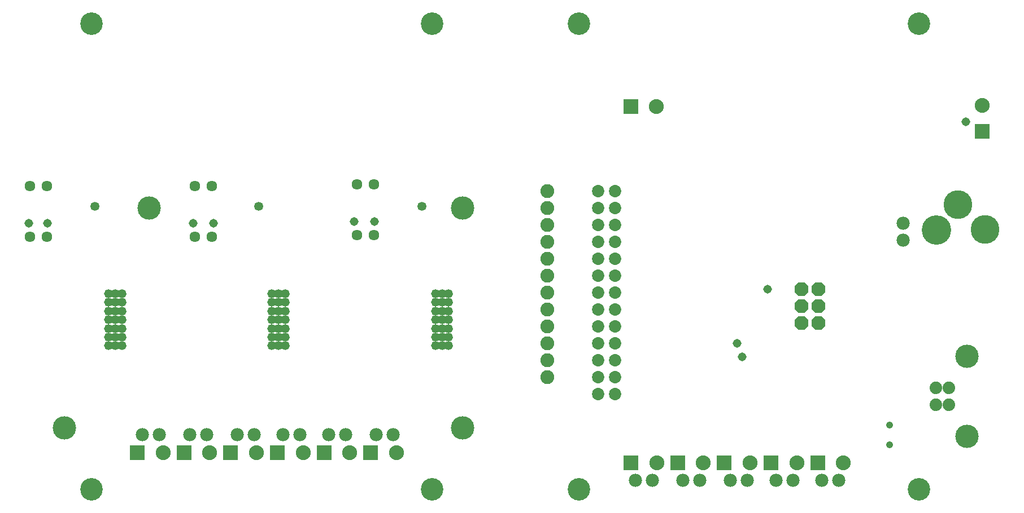
<source format=gbr>
G04 EAGLE Gerber RS-274X export*
G75*
%MOMM*%
%FSLAX34Y34*%
%LPD*%
%INSoldermask Bottom*%
%IPPOS*%
%AMOC8*
5,1,8,0,0,1.08239X$1,22.5*%
G01*
%ADD10C,1.879600*%
%ADD11C,3.505200*%
%ADD12C,4.419200*%
%ADD13C,4.318000*%
%ADD14R,2.235200X2.235200*%
%ADD15C,2.235200*%
%ADD16C,1.320800*%
%ADD17C,1.612800*%
%ADD18P,2.254402X8X292.500000*%
%ADD19C,2.082800*%
%ADD20C,1.053200*%
%ADD21C,3.378200*%
%ADD22C,1.854200*%
%ADD23C,1.981200*%
%ADD24C,1.311200*%
%ADD25C,1.346200*%


D10*
X1395188Y212500D03*
X1395188Y187500D03*
X1415000Y187500D03*
X1415000Y212500D03*
D11*
X1442178Y260198D03*
X1442178Y139802D03*
D12*
X1396222Y450000D03*
D13*
X1469430Y450254D03*
X1428000Y487616D03*
D14*
X1465000Y598222D03*
D15*
X1465000Y636778D03*
D14*
X938222Y100000D03*
D15*
X976778Y100000D03*
D14*
X1008222Y100000D03*
D15*
X1046778Y100000D03*
D14*
X1078222Y100000D03*
D15*
X1116778Y100000D03*
D14*
X1218222Y100000D03*
D15*
X1256778Y100000D03*
D14*
X1148222Y100000D03*
D15*
X1186778Y100000D03*
D14*
X268222Y115000D03*
D15*
X306778Y115000D03*
D14*
X198222Y115000D03*
D15*
X236778Y115000D03*
D16*
X165000Y315000D03*
X175000Y315000D03*
X155000Y315000D03*
X175000Y302000D03*
X175000Y289000D03*
X175000Y276000D03*
X165000Y302000D03*
X165000Y289000D03*
X165000Y276000D03*
X155000Y302000D03*
X155000Y289000D03*
X155000Y276000D03*
X155000Y328000D03*
X155000Y354000D03*
X155000Y341000D03*
X165000Y354000D03*
X175000Y354000D03*
X175000Y341000D03*
X175000Y328000D03*
X165000Y341000D03*
X165000Y328000D03*
D17*
X37220Y439520D03*
X62620Y439520D03*
X62620Y515720D03*
X37220Y515720D03*
D14*
X408222Y115000D03*
D15*
X446778Y115000D03*
D14*
X338222Y115000D03*
D15*
X376778Y115000D03*
D16*
X410000Y315000D03*
X420000Y315000D03*
X400000Y315000D03*
X420000Y302000D03*
X420000Y289000D03*
X420000Y276000D03*
X410000Y302000D03*
X410000Y289000D03*
X410000Y276000D03*
X400000Y302000D03*
X400000Y289000D03*
X400000Y276000D03*
X400000Y328000D03*
X400000Y354000D03*
X400000Y341000D03*
X410000Y354000D03*
X420000Y354000D03*
X420000Y341000D03*
X420000Y328000D03*
X410000Y341000D03*
X410000Y328000D03*
D17*
X284760Y439520D03*
X310160Y439520D03*
X310160Y515720D03*
X284760Y515720D03*
D14*
X548222Y115000D03*
D15*
X586778Y115000D03*
D14*
X478222Y115000D03*
D15*
X516778Y115000D03*
D16*
X655000Y315000D03*
X665000Y315000D03*
X645000Y315000D03*
X665000Y302000D03*
X665000Y289000D03*
X665000Y276000D03*
X655000Y302000D03*
X655000Y289000D03*
X655000Y276000D03*
X645000Y302000D03*
X645000Y289000D03*
X645000Y276000D03*
X645000Y328000D03*
X645000Y354000D03*
X645000Y341000D03*
X655000Y354000D03*
X665000Y354000D03*
X665000Y341000D03*
X665000Y328000D03*
X655000Y341000D03*
X655000Y328000D03*
D17*
X527220Y442060D03*
X552620Y442060D03*
X552620Y518260D03*
X527220Y518260D03*
D18*
X1193800Y360680D03*
X1219200Y360680D03*
X1193800Y335280D03*
X1219200Y335280D03*
X1193800Y309880D03*
X1219200Y309880D03*
D14*
X938022Y635000D03*
D15*
X976578Y635000D03*
D19*
X812800Y228600D03*
X812800Y254000D03*
X812800Y279400D03*
X812800Y304800D03*
X812800Y330200D03*
X812800Y355600D03*
X812800Y381000D03*
X812800Y406400D03*
X812800Y431800D03*
X812800Y457200D03*
X812800Y482600D03*
X812800Y508000D03*
D20*
X1325880Y157240D03*
X1325880Y127240D03*
D21*
X640000Y60000D03*
X860000Y60000D03*
X1370000Y60000D03*
X130000Y60000D03*
X640000Y760000D03*
X860000Y760000D03*
X1370000Y760000D03*
X130000Y760000D03*
D22*
X889000Y508000D03*
X889000Y482600D03*
X889000Y457200D03*
X889000Y431800D03*
X889000Y406400D03*
X889000Y381000D03*
X889000Y355600D03*
X889000Y330200D03*
X889000Y304800D03*
X889000Y279400D03*
X889000Y254000D03*
X889000Y228600D03*
X889000Y203200D03*
X914400Y203200D03*
X914400Y228600D03*
X914400Y254000D03*
X914400Y279400D03*
X914400Y304800D03*
X914400Y330200D03*
X914400Y355600D03*
X914400Y381000D03*
X914400Y406400D03*
X914400Y431800D03*
X914400Y457200D03*
X914400Y482600D03*
X914400Y508000D03*
D11*
X685800Y482600D03*
X685800Y152400D03*
X215900Y482600D03*
X88900Y152400D03*
D23*
X1346200Y459740D03*
X1224280Y73660D03*
X1155700Y73660D03*
D24*
X63500Y459740D03*
X35560Y459740D03*
D25*
X135000Y485000D03*
D23*
X1346200Y434340D03*
D24*
X1097280Y279400D03*
X1143000Y360680D03*
X1104900Y259080D03*
D23*
X970280Y73660D03*
X1041400Y73660D03*
X1112520Y73660D03*
X1249680Y73660D03*
X1181100Y73660D03*
D24*
X1440180Y612140D03*
D23*
X205740Y142240D03*
X231140Y142240D03*
X276860Y142240D03*
X302260Y142240D03*
D24*
X312420Y459740D03*
X281940Y459740D03*
D25*
X380000Y485000D03*
D23*
X347980Y142240D03*
X373380Y142240D03*
X416560Y142240D03*
X441960Y142240D03*
D24*
X553720Y462280D03*
X523240Y462280D03*
D25*
X625000Y485000D03*
D23*
X485140Y142240D03*
X510540Y142240D03*
X556260Y142240D03*
X581660Y142240D03*
X1016000Y73660D03*
X944880Y73660D03*
X1087120Y73660D03*
M02*

</source>
